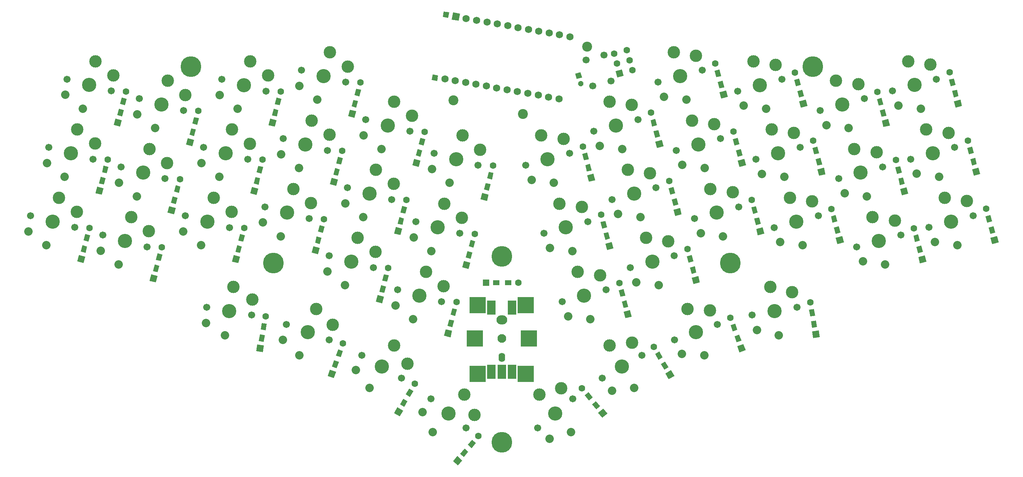
<source format=gts>
G04 #@! TF.GenerationSoftware,KiCad,Pcbnew,(5.1.9)-1*
G04 #@! TF.CreationDate,2021-07-05T21:58:01+03:00*
G04 #@! TF.ProjectId,choctopus44,63686f63-746f-4707-9573-34342e6b6963,1.0 Prototype*
G04 #@! TF.SameCoordinates,Original*
G04 #@! TF.FileFunction,Soldermask,Top*
G04 #@! TF.FilePolarity,Negative*
%FSLAX46Y46*%
G04 Gerber Fmt 4.6, Leading zero omitted, Abs format (unit mm)*
G04 Created by KiCad (PCBNEW (5.1.9)-1) date 2021-07-05 21:58:01*
%MOMM*%
%LPD*%
G01*
G04 APERTURE LIST*
%ADD10O,2.600000X2.200000*%
%ADD11O,1.600000X2.200000*%
%ADD12C,2.100000*%
%ADD13R,4.000000X4.000000*%
%ADD14R,2.000000X3.500000*%
%ADD15C,1.701800*%
%ADD16C,3.000000*%
%ADD17C,3.429000*%
%ADD18C,2.032000*%
%ADD19C,1.752600*%
%ADD20C,0.100000*%
%ADD21C,1.600000*%
%ADD22R,1.600000X1.200000*%
%ADD23R,1.600000X1.600000*%
%ADD24C,5.000000*%
%ADD25C,1.700000*%
%ADD26C,2.400000*%
G04 APERTURE END LIST*
D10*
X144660000Y-125000000D03*
D11*
X144660000Y-134000000D03*
D12*
X144660000Y-129500000D03*
D13*
X150460000Y-138000000D03*
X138860000Y-138000000D03*
X138860000Y-121400000D03*
X150460000Y-121400000D03*
D14*
X147160000Y-122000000D03*
X142160000Y-122000000D03*
D13*
X151160000Y-129500000D03*
X138160000Y-129500000D03*
D14*
X147160000Y-137500000D03*
X144660000Y-137500000D03*
X142160000Y-137500000D03*
D15*
X166860408Y-79455239D03*
X177485592Y-76608229D03*
D16*
X176032058Y-73115417D03*
D17*
X172173000Y-78031734D03*
D18*
X168326883Y-82996347D03*
X173700032Y-83730696D03*
D16*
X170633027Y-72284475D03*
D15*
X72730280Y-83345636D03*
X83355464Y-86192646D03*
D16*
X83843073Y-82441014D03*
D17*
X78042872Y-84769141D03*
D18*
X72229730Y-87145564D03*
X76515840Y-90468103D03*
D16*
X79582845Y-79021882D03*
D15*
X128306325Y-84784884D03*
X138931509Y-87631894D03*
D16*
X139419118Y-83880262D03*
D17*
X133618917Y-86208389D03*
D18*
X127805775Y-88584812D03*
X132091885Y-91907351D03*
D16*
X135158890Y-80461130D03*
D15*
X182349785Y-67561994D03*
X192974969Y-64714984D03*
D16*
X191521435Y-61222172D03*
D17*
X187662377Y-66138489D03*
D18*
X183816260Y-71103102D03*
X189189409Y-71837451D03*
D16*
X186122404Y-60391230D03*
D15*
X111836286Y-76608311D03*
X122461470Y-79455321D03*
D16*
X122949079Y-75703689D03*
D17*
X117148878Y-78031816D03*
D18*
X111335736Y-80408239D03*
X115621846Y-83730778D03*
D16*
X118688851Y-72284557D03*
D15*
X247710233Y-102657002D03*
X258335417Y-99809992D03*
D16*
X256881883Y-96317180D03*
D17*
X253022825Y-101233497D03*
D18*
X249176708Y-106198110D03*
X254549857Y-106932459D03*
D16*
X251482852Y-95486238D03*
D15*
X96346909Y-64715066D03*
X106972093Y-67562076D03*
D16*
X107459702Y-63810444D03*
D17*
X101659501Y-66138571D03*
D18*
X95846359Y-68514994D03*
X100132469Y-71837533D03*
D16*
X103199474Y-60391312D03*
D15*
X30986462Y-99810074D03*
X41611646Y-102657084D03*
D16*
X42099255Y-98905452D03*
D17*
X36299054Y-101233579D03*
D18*
X30485912Y-103610002D03*
X34772022Y-106932541D03*
D16*
X37839027Y-95486320D03*
D15*
X127581757Y-144018601D03*
X136008245Y-151089265D03*
D16*
X138035677Y-147895204D03*
D17*
X131795001Y-147553933D03*
D18*
X125522186Y-147250964D03*
X128002554Y-152073595D03*
D16*
X135619587Y-142995969D03*
D15*
X186300525Y-129828471D03*
X196637143Y-126066249D03*
D16*
X194884722Y-122713412D03*
D17*
X191468834Y-127947360D03*
D18*
X188070047Y-133228293D03*
X193486753Y-133491546D03*
D16*
X189433814Y-122356189D03*
D15*
X168879952Y-139019195D03*
X178406232Y-133519195D03*
D16*
X176098219Y-130521600D03*
D17*
X173643092Y-136269195D03*
D18*
X171212965Y-142060092D03*
X176593092Y-141378745D03*
D16*
X170668092Y-131116344D03*
D15*
X92683404Y-126066249D03*
X103020022Y-129828471D03*
D16*
X103832752Y-126133613D03*
D17*
X97851713Y-127947360D03*
D18*
X91853573Y-129808091D03*
X95833794Y-133491546D03*
D16*
X99886733Y-122356189D03*
D15*
X73457466Y-121894935D03*
X84290352Y-123805065D03*
D16*
X84449128Y-120025212D03*
D17*
X78873909Y-122850000D03*
D18*
X73290007Y-125724029D03*
X77849385Y-128660366D03*
D16*
X79907116Y-116990394D03*
D15*
X230281522Y-107333811D03*
X240906706Y-104486801D03*
D16*
X239453172Y-100993989D03*
D17*
X235594114Y-105910306D03*
D18*
X231747997Y-110874919D03*
X237121146Y-111609268D03*
D16*
X234054141Y-100163047D03*
D15*
X210379367Y-102670654D03*
X221004551Y-99823644D03*
D16*
X219551017Y-96330832D03*
D17*
X215691959Y-101247149D03*
D18*
X211845842Y-106211762D03*
X217218991Y-106946111D03*
D16*
X214151986Y-95499890D03*
D15*
X175649455Y-112334338D03*
X186274639Y-109487328D03*
D16*
X184821105Y-105994516D03*
D17*
X180962047Y-110910833D03*
D18*
X177115930Y-115875446D03*
X182489079Y-116609795D03*
D16*
X179422074Y-105163574D03*
D15*
X243296409Y-86168951D03*
X253921593Y-83321941D03*
D16*
X252468059Y-79829129D03*
D17*
X248609001Y-84745446D03*
D18*
X244762884Y-89710059D03*
X250136033Y-90444408D03*
D16*
X247069028Y-78998187D03*
D15*
X225911032Y-90882121D03*
X236536216Y-88035111D03*
D16*
X235082682Y-84542299D03*
D17*
X231223624Y-89458616D03*
D18*
X227377507Y-94423229D03*
X232750656Y-95157578D03*
D16*
X229683651Y-83711357D03*
D15*
X205966415Y-86192564D03*
X216591599Y-83345554D03*
D16*
X215138065Y-79852742D03*
D17*
X211279007Y-84769059D03*
D18*
X207432890Y-89733672D03*
X212806039Y-90468021D03*
D16*
X209739034Y-79021800D03*
D15*
X186752776Y-84040955D03*
X197377960Y-81193945D03*
D16*
X195924426Y-77701133D03*
D17*
X192065368Y-82617450D03*
D18*
X188219251Y-87582063D03*
X193592400Y-88316412D03*
D16*
X190525395Y-76870191D03*
D15*
X171250822Y-95905186D03*
X181876006Y-93058176D03*
D16*
X180422472Y-89565364D03*
D17*
X176563414Y-94481681D03*
D18*
X172717297Y-99446294D03*
X178090446Y-100180643D03*
D16*
X175023441Y-88734422D03*
D15*
X154801579Y-104089978D03*
X165426763Y-101242968D03*
D16*
X163973229Y-97750156D03*
D17*
X160114171Y-102666473D03*
D18*
X156268054Y-107631086D03*
X161641203Y-108365435D03*
D16*
X158574198Y-96919214D03*
D15*
X103047239Y-109487410D03*
X113672423Y-112334420D03*
D16*
X114160032Y-108582788D03*
D17*
X108359831Y-110910915D03*
D18*
X102546689Y-113287338D03*
X106832799Y-116609877D03*
D16*
X109899804Y-105163656D03*
D15*
X87524735Y-97681610D03*
X98149919Y-100528620D03*
D16*
X98637528Y-96776988D03*
D17*
X92837327Y-99105115D03*
D18*
X87024185Y-101481538D03*
X91310295Y-104804077D03*
D16*
X94377300Y-93357856D03*
D15*
X68317327Y-99823726D03*
X78942511Y-102670736D03*
D16*
X79430120Y-98919104D03*
D17*
X73629919Y-101247231D03*
D18*
X67816777Y-103623654D03*
X72102887Y-106946193D03*
D16*
X75169892Y-95499972D03*
D15*
X123895115Y-101243050D03*
X134520299Y-104090060D03*
D16*
X135007908Y-100338428D03*
D17*
X129207707Y-102666555D03*
D18*
X123394565Y-105042978D03*
X127680675Y-108365517D03*
D16*
X130747680Y-96919296D03*
D15*
X107445872Y-93058258D03*
X118071056Y-95905268D03*
D16*
X118558665Y-92153636D03*
D17*
X112758464Y-94481763D03*
D18*
X106945322Y-96858186D03*
X111231432Y-100180725D03*
D16*
X114298437Y-88734504D03*
D15*
X52785663Y-88035193D03*
X63410847Y-90882203D03*
D16*
X63898456Y-87130571D03*
D17*
X58098255Y-89458698D03*
D18*
X52285113Y-91835121D03*
X56571223Y-95157660D03*
D16*
X59638228Y-83711439D03*
D15*
X77130656Y-66896560D03*
X87755840Y-69743570D03*
D16*
X88243449Y-65991938D03*
D17*
X82443248Y-68320065D03*
D18*
X76630106Y-70696488D03*
X80916216Y-74019027D03*
D16*
X83983221Y-62572806D03*
D15*
X57216796Y-71578770D03*
X67841980Y-74425780D03*
D16*
X68329589Y-70674148D03*
D17*
X62529388Y-73002275D03*
D18*
X56716246Y-75378698D03*
X61002356Y-78701237D03*
D16*
X64069361Y-67255016D03*
D15*
X39801534Y-66862985D03*
X50426718Y-69709995D03*
D16*
X50914327Y-65958363D03*
D17*
X45114126Y-68286490D03*
D18*
X39300984Y-70662913D03*
X43587094Y-73985452D03*
D16*
X46654099Y-62539231D03*
D15*
X205033557Y-123805065D03*
X215866443Y-121894935D03*
D16*
X214722858Y-118288730D03*
D17*
X210450000Y-122850000D03*
D18*
X206185824Y-127460510D03*
X211474524Y-128660366D03*
D16*
X209416793Y-116990394D03*
D15*
X153312653Y-151089265D03*
X161739141Y-144018601D03*
D16*
X158945666Y-141467328D03*
D17*
X157525897Y-147553933D03*
D18*
X156138268Y-153678840D03*
X161318344Y-152073595D03*
D16*
X153701311Y-142995969D03*
D15*
X35400286Y-83322023D03*
X46025470Y-86169033D03*
D16*
X46513079Y-82417401D03*
D17*
X40712878Y-84745528D03*
D18*
X34899736Y-87121951D03*
X39185846Y-90444490D03*
D16*
X42252851Y-78998269D03*
D15*
X191166600Y-100529007D03*
X201791784Y-97681997D03*
D16*
X200338250Y-94189185D03*
D17*
X196479192Y-99105502D03*
D18*
X192633075Y-104070115D03*
X198006224Y-104804464D03*
D16*
X194939219Y-93358243D03*
D15*
X48415172Y-104486883D03*
X59040356Y-107333893D03*
D16*
X59527965Y-103582261D03*
D17*
X53727764Y-105910388D03*
D18*
X47914622Y-108286811D03*
X52200732Y-111609350D03*
D16*
X55267737Y-100163129D03*
D15*
X159203699Y-120558978D03*
X169828883Y-117711968D03*
D16*
X168375349Y-114219156D03*
D17*
X164516291Y-119135473D03*
D18*
X160670174Y-124100086D03*
X166043323Y-124834435D03*
D16*
X162976318Y-113388214D03*
D15*
X238895161Y-69709913D03*
X249520345Y-66862903D03*
D16*
X248066811Y-63370091D03*
D17*
X244207753Y-68286408D03*
D18*
X240361636Y-73251021D03*
X245734785Y-73985370D03*
D16*
X242667780Y-62539149D03*
D15*
X119492996Y-117712050D03*
X130118180Y-120559060D03*
D16*
X130605789Y-116807428D03*
D17*
X124805588Y-119135555D03*
D18*
X118992446Y-121511978D03*
X123278556Y-124834517D03*
D16*
X126345561Y-113388296D03*
D15*
X91943918Y-81194027D03*
X102569102Y-84041037D03*
D16*
X103056711Y-80289405D03*
D17*
X97256510Y-82617532D03*
D18*
X91443368Y-84993955D03*
X95729478Y-88316494D03*
D16*
X98796483Y-76870273D03*
D15*
X110908222Y-133519195D03*
X120434502Y-139019195D03*
D16*
X121876489Y-135521600D03*
D17*
X115671362Y-136269195D03*
D18*
X109441235Y-137060092D03*
X112721362Y-141378745D03*
D16*
X118646362Y-131116344D03*
D15*
X221479898Y-74425698D03*
X232105082Y-71578688D03*
D16*
X230651548Y-68085876D03*
D17*
X226792490Y-73002193D03*
D18*
X222946373Y-77966806D03*
X228319522Y-78701155D03*
D16*
X225252517Y-67254934D03*
D15*
X201566039Y-69743488D03*
X212191223Y-66896478D03*
D16*
X210737689Y-63403666D03*
D17*
X206878631Y-68319983D03*
D18*
X203032514Y-73284596D03*
X208405663Y-74018945D03*
D16*
X205338658Y-62572724D03*
D15*
X150390370Y-87631812D03*
X161015554Y-84784802D03*
D16*
X159562020Y-81291990D03*
D17*
X155702962Y-86208307D03*
D18*
X151856845Y-91172920D03*
X157229994Y-91907269D03*
D16*
X154162989Y-80461048D03*
D19*
X130919037Y-66778370D03*
X161080963Y-56621630D03*
X133420448Y-67219436D03*
X135921860Y-67660503D03*
X138423272Y-68101569D03*
X140924683Y-68542636D03*
X143426095Y-68983702D03*
X145927507Y-69424768D03*
X148428918Y-69865835D03*
X150930330Y-70306901D03*
X153431742Y-70747967D03*
X155933154Y-71189034D03*
X158434565Y-71630100D03*
X158579552Y-56180564D03*
X156078140Y-55739497D03*
X153576728Y-55298431D03*
X151075317Y-54857364D03*
X148573905Y-54416298D03*
X146072493Y-53975232D03*
X143571082Y-53534165D03*
X141069670Y-53093099D03*
X138568258Y-52652033D03*
X136066846Y-52210966D03*
D20*
G36*
X132550280Y-52480719D02*
G01*
X132854616Y-50754745D01*
X134580590Y-51059081D01*
X134276254Y-52785055D01*
X132550280Y-52480719D01*
G37*
G36*
X131970741Y-124859819D02*
G01*
X133129852Y-125170402D01*
X132715741Y-126715883D01*
X131556630Y-126405300D01*
X131970741Y-124859819D01*
G37*
G36*
X132695435Y-122155227D02*
G01*
X133854546Y-122465810D01*
X133440435Y-124011291D01*
X132281324Y-123700708D01*
X132695435Y-122155227D01*
G37*
D21*
X133714982Y-120668444D03*
D20*
G36*
X131130509Y-127222870D02*
G01*
X132675990Y-127636981D01*
X132261879Y-129182462D01*
X130716398Y-128768351D01*
X131130509Y-127222870D01*
G37*
G36*
X181248736Y-79466581D02*
G01*
X182407847Y-79155998D01*
X182821958Y-80701479D01*
X181662847Y-81012062D01*
X181248736Y-79466581D01*
G37*
G36*
X180524042Y-76761989D02*
G01*
X181683153Y-76451406D01*
X182097264Y-77996887D01*
X180938153Y-78307470D01*
X180524042Y-76761989D01*
G37*
D21*
X180663606Y-74964623D03*
D20*
G36*
X181702598Y-81933160D02*
G01*
X183248079Y-81519049D01*
X183662190Y-83064530D01*
X182116709Y-83478641D01*
X181702598Y-81933160D01*
G37*
G36*
X173595736Y-120574847D02*
G01*
X174754847Y-120264264D01*
X175168958Y-121809745D01*
X174009847Y-122120328D01*
X173595736Y-120574847D01*
G37*
G36*
X172871042Y-117870255D02*
G01*
X174030153Y-117559672D01*
X174444264Y-119105153D01*
X173285153Y-119415736D01*
X172871042Y-117870255D01*
G37*
D21*
X173010606Y-116072889D03*
D20*
G36*
X174049598Y-123041426D02*
G01*
X175595079Y-122627315D01*
X176009190Y-124172796D01*
X174463709Y-124586907D01*
X174049598Y-123041426D01*
G37*
G36*
X185639150Y-95916528D02*
G01*
X186798261Y-95605945D01*
X187212372Y-97151426D01*
X186053261Y-97462009D01*
X185639150Y-95916528D01*
G37*
G36*
X184914456Y-93211936D02*
G01*
X186073567Y-92901353D01*
X186487678Y-94446834D01*
X185328567Y-94757417D01*
X184914456Y-93211936D01*
G37*
D21*
X185054020Y-91414570D03*
D20*
G36*
X186093012Y-98383107D02*
G01*
X187638493Y-97968996D01*
X188052604Y-99514477D01*
X186507123Y-99928588D01*
X186093012Y-98383107D01*
G37*
G36*
X52279279Y-74010754D02*
G01*
X53438390Y-74321337D01*
X53024279Y-75866818D01*
X51865168Y-75556235D01*
X52279279Y-74010754D01*
G37*
G36*
X53003973Y-71306162D02*
G01*
X54163084Y-71616745D01*
X53748973Y-73162226D01*
X52589862Y-72851643D01*
X53003973Y-71306162D01*
G37*
D21*
X54023520Y-69819379D03*
D20*
G36*
X51439047Y-76373805D02*
G01*
X52984528Y-76787916D01*
X52570417Y-78333397D01*
X51024936Y-77919286D01*
X51439047Y-76373805D01*
G37*
G36*
X69694541Y-78726539D02*
G01*
X70853652Y-79037122D01*
X70439541Y-80582603D01*
X69280430Y-80272020D01*
X69694541Y-78726539D01*
G37*
G36*
X70419235Y-76021947D02*
G01*
X71578346Y-76332530D01*
X71164235Y-77878011D01*
X70005124Y-77567428D01*
X70419235Y-76021947D01*
G37*
D21*
X71438782Y-74535164D03*
D20*
G36*
X68854309Y-81089590D02*
G01*
X70399790Y-81503701D01*
X69985679Y-83049182D01*
X68440198Y-82635071D01*
X68854309Y-81089590D01*
G37*
G36*
X89608401Y-74044329D02*
G01*
X90767512Y-74354912D01*
X90353401Y-75900393D01*
X89194290Y-75589810D01*
X89608401Y-74044329D01*
G37*
G36*
X90333095Y-71339737D02*
G01*
X91492206Y-71650320D01*
X91078095Y-73195801D01*
X89918984Y-72885218D01*
X90333095Y-71339737D01*
G37*
D21*
X91352642Y-69852954D03*
D20*
G36*
X88768169Y-76407380D02*
G01*
X90313650Y-76821491D01*
X89899539Y-78366972D01*
X88354058Y-77952861D01*
X88768169Y-76407380D01*
G37*
G36*
X108824654Y-71862835D02*
G01*
X109983765Y-72173418D01*
X109569654Y-73718899D01*
X108410543Y-73408316D01*
X108824654Y-71862835D01*
G37*
G36*
X109549348Y-69158243D02*
G01*
X110708459Y-69468826D01*
X110294348Y-71014307D01*
X109135237Y-70703724D01*
X109549348Y-69158243D01*
G37*
D21*
X110568895Y-67671460D03*
D20*
G36*
X107984422Y-74225886D02*
G01*
X109529903Y-74639997D01*
X109115792Y-76185478D01*
X107570311Y-75771367D01*
X107984422Y-74225886D01*
G37*
G36*
X124314031Y-83756080D02*
G01*
X125473142Y-84066663D01*
X125059031Y-85612144D01*
X123899920Y-85301561D01*
X124314031Y-83756080D01*
G37*
G36*
X125038725Y-81051488D02*
G01*
X126197836Y-81362071D01*
X125783725Y-82907552D01*
X124624614Y-82596969D01*
X125038725Y-81051488D01*
G37*
D21*
X126058272Y-79564705D03*
D20*
G36*
X123473799Y-86119131D02*
G01*
X125019280Y-86533242D01*
X124605169Y-88078723D01*
X123059688Y-87664612D01*
X123473799Y-86119131D01*
G37*
G36*
X140784070Y-91932653D02*
G01*
X141943181Y-92243236D01*
X141529070Y-93788717D01*
X140369959Y-93478134D01*
X140784070Y-91932653D01*
G37*
G36*
X141508764Y-89228061D02*
G01*
X142667875Y-89538644D01*
X142253764Y-91084125D01*
X141094653Y-90773542D01*
X141508764Y-89228061D01*
G37*
D21*
X142528311Y-87741278D03*
D20*
G36*
X139943838Y-94295704D02*
G01*
X141489319Y-94709815D01*
X141075208Y-96255296D01*
X139529727Y-95841185D01*
X139943838Y-94295704D01*
G37*
G36*
X47878031Y-90469792D02*
G01*
X49037142Y-90780375D01*
X48623031Y-92325856D01*
X47463920Y-92015273D01*
X47878031Y-90469792D01*
G37*
G36*
X48602725Y-87765200D02*
G01*
X49761836Y-88075783D01*
X49347725Y-89621264D01*
X48188614Y-89310681D01*
X48602725Y-87765200D01*
G37*
D21*
X49622272Y-86278417D03*
D20*
G36*
X47037799Y-92832843D02*
G01*
X48583280Y-93246954D01*
X48169169Y-94792435D01*
X46623688Y-94378324D01*
X47037799Y-92832843D01*
G37*
G36*
X65263408Y-95182962D02*
G01*
X66422519Y-95493545D01*
X66008408Y-97039026D01*
X64849297Y-96728443D01*
X65263408Y-95182962D01*
G37*
G36*
X65988102Y-92478370D02*
G01*
X67147213Y-92788953D01*
X66733102Y-94334434D01*
X65573991Y-94023851D01*
X65988102Y-92478370D01*
G37*
D21*
X67007649Y-90991587D03*
D20*
G36*
X64423176Y-97546013D02*
G01*
X65968657Y-97960124D01*
X65554546Y-99505605D01*
X64009065Y-99091494D01*
X64423176Y-97546013D01*
G37*
G36*
X85208025Y-90493405D02*
G01*
X86367136Y-90803988D01*
X85953025Y-92349469D01*
X84793914Y-92038886D01*
X85208025Y-90493405D01*
G37*
G36*
X85932719Y-87788813D02*
G01*
X87091830Y-88099396D01*
X86677719Y-89644877D01*
X85518608Y-89334294D01*
X85932719Y-87788813D01*
G37*
D21*
X86952266Y-86302030D03*
D20*
G36*
X84367793Y-92856456D02*
G01*
X85913274Y-93270567D01*
X85499163Y-94816048D01*
X83953682Y-94401937D01*
X84367793Y-92856456D01*
G37*
G36*
X104421663Y-88341796D02*
G01*
X105580774Y-88652379D01*
X105166663Y-90197860D01*
X104007552Y-89887277D01*
X104421663Y-88341796D01*
G37*
G36*
X105146357Y-85637204D02*
G01*
X106305468Y-85947787D01*
X105891357Y-87493268D01*
X104732246Y-87182685D01*
X105146357Y-85637204D01*
G37*
D21*
X106165904Y-84150421D03*
D20*
G36*
X103581431Y-90704847D02*
G01*
X105126912Y-91118958D01*
X104712801Y-92664439D01*
X103167320Y-92250328D01*
X103581431Y-90704847D01*
G37*
G36*
X119923617Y-100206027D02*
G01*
X121082728Y-100516610D01*
X120668617Y-102062091D01*
X119509506Y-101751508D01*
X119923617Y-100206027D01*
G37*
G36*
X120648311Y-97501435D02*
G01*
X121807422Y-97812018D01*
X121393311Y-99357499D01*
X120234200Y-99046916D01*
X120648311Y-97501435D01*
G37*
D21*
X121667858Y-96014652D03*
D20*
G36*
X119083385Y-102569078D02*
G01*
X120628866Y-102983189D01*
X120214755Y-104528670D01*
X118669274Y-104114559D01*
X119083385Y-102569078D01*
G37*
G36*
X136372860Y-108390819D02*
G01*
X137531971Y-108701402D01*
X137117860Y-110246883D01*
X135958749Y-109936300D01*
X136372860Y-108390819D01*
G37*
G36*
X137097554Y-105686227D02*
G01*
X138256665Y-105996810D01*
X137842554Y-107542291D01*
X136683443Y-107231708D01*
X137097554Y-105686227D01*
G37*
D21*
X138117101Y-104199444D03*
D20*
G36*
X135532628Y-110753870D02*
G01*
X137078109Y-111167981D01*
X136663998Y-112713462D01*
X135118517Y-112299351D01*
X135532628Y-110753870D01*
G37*
G36*
X43464207Y-106957843D02*
G01*
X44623318Y-107268426D01*
X44209207Y-108813907D01*
X43050096Y-108503324D01*
X43464207Y-106957843D01*
G37*
G36*
X44188901Y-104253251D02*
G01*
X45348012Y-104563834D01*
X44933901Y-106109315D01*
X43774790Y-105798732D01*
X44188901Y-104253251D01*
G37*
D21*
X45208448Y-102766468D03*
D20*
G36*
X42623975Y-109320894D02*
G01*
X44169456Y-109735005D01*
X43755345Y-111280486D01*
X42209864Y-110866375D01*
X42623975Y-109320894D01*
G37*
G36*
X60892917Y-111634652D02*
G01*
X62052028Y-111945235D01*
X61637917Y-113490716D01*
X60478806Y-113180133D01*
X60892917Y-111634652D01*
G37*
G36*
X61617611Y-108930060D02*
G01*
X62776722Y-109240643D01*
X62362611Y-110786124D01*
X61203500Y-110475541D01*
X61617611Y-108930060D01*
G37*
D21*
X62637158Y-107443277D03*
D20*
G36*
X60052685Y-113997703D02*
G01*
X61598166Y-114411814D01*
X61184055Y-115957295D01*
X59638574Y-115543184D01*
X60052685Y-113997703D01*
G37*
G36*
X80795072Y-106971495D02*
G01*
X81954183Y-107282078D01*
X81540072Y-108827559D01*
X80380961Y-108516976D01*
X80795072Y-106971495D01*
G37*
G36*
X81519766Y-104266903D02*
G01*
X82678877Y-104577486D01*
X82264766Y-106122967D01*
X81105655Y-105812384D01*
X81519766Y-104266903D01*
G37*
D21*
X82539313Y-102780120D03*
D20*
G36*
X79954840Y-109334546D02*
G01*
X81500321Y-109748657D01*
X81086210Y-111294138D01*
X79540729Y-110880027D01*
X79954840Y-109334546D01*
G37*
G36*
X100002480Y-104829379D02*
G01*
X101161591Y-105139962D01*
X100747480Y-106685443D01*
X99588369Y-106374860D01*
X100002480Y-104829379D01*
G37*
G36*
X100727174Y-102124787D02*
G01*
X101886285Y-102435370D01*
X101472174Y-103980851D01*
X100313063Y-103670268D01*
X100727174Y-102124787D01*
G37*
D21*
X101746721Y-100638004D03*
D20*
G36*
X99162248Y-107192430D02*
G01*
X100707729Y-107606541D01*
X100293618Y-109152022D01*
X98748137Y-108737911D01*
X99162248Y-107192430D01*
G37*
G36*
X115524984Y-116635179D02*
G01*
X116684095Y-116945762D01*
X116269984Y-118491243D01*
X115110873Y-118180660D01*
X115524984Y-116635179D01*
G37*
G36*
X116249678Y-113930587D02*
G01*
X117408789Y-114241170D01*
X116994678Y-115786651D01*
X115835567Y-115476068D01*
X116249678Y-113930587D01*
G37*
D21*
X117269225Y-112443804D03*
D20*
G36*
X114684752Y-118998230D02*
G01*
X116230233Y-119412341D01*
X115816122Y-120957822D01*
X114270641Y-120543711D01*
X114684752Y-118998230D01*
G37*
G36*
X164778698Y-87643154D02*
G01*
X165937809Y-87332571D01*
X166351920Y-88878052D01*
X165192809Y-89188635D01*
X164778698Y-87643154D01*
G37*
G36*
X164054004Y-84938562D02*
G01*
X165213115Y-84627979D01*
X165627226Y-86173460D01*
X164468115Y-86484043D01*
X164054004Y-84938562D01*
G37*
D21*
X164193568Y-83141196D03*
D20*
G36*
X165232560Y-90109733D02*
G01*
X166778041Y-89695622D01*
X167192152Y-91241103D01*
X165646671Y-91655214D01*
X165232560Y-90109733D01*
G37*
G36*
X196738113Y-67573336D02*
G01*
X197897224Y-67262753D01*
X198311335Y-68808234D01*
X197152224Y-69118817D01*
X196738113Y-67573336D01*
G37*
G36*
X196013419Y-64868744D02*
G01*
X197172530Y-64558161D01*
X197586641Y-66103642D01*
X196427530Y-66414225D01*
X196013419Y-64868744D01*
G37*
D21*
X196152983Y-63071378D03*
D20*
G36*
X197191975Y-70039915D02*
G01*
X198737456Y-69625804D01*
X199151567Y-71171285D01*
X197606086Y-71585396D01*
X197191975Y-70039915D01*
G37*
G36*
X215954367Y-69754830D02*
G01*
X217113478Y-69444247D01*
X217527589Y-70989728D01*
X216368478Y-71300311D01*
X215954367Y-69754830D01*
G37*
G36*
X215229673Y-67050238D02*
G01*
X216388784Y-66739655D01*
X216802895Y-68285136D01*
X215643784Y-68595719D01*
X215229673Y-67050238D01*
G37*
D21*
X215369237Y-65252872D03*
D20*
G36*
X216408229Y-72221409D02*
G01*
X217953710Y-71807298D01*
X218367821Y-73352779D01*
X216822340Y-73766890D01*
X216408229Y-72221409D01*
G37*
G36*
X235868226Y-74437040D02*
G01*
X237027337Y-74126457D01*
X237441448Y-75671938D01*
X236282337Y-75982521D01*
X235868226Y-74437040D01*
G37*
G36*
X235143532Y-71732448D02*
G01*
X236302643Y-71421865D01*
X236716754Y-72967346D01*
X235557643Y-73277929D01*
X235143532Y-71732448D01*
G37*
D21*
X235283096Y-69935082D03*
D20*
G36*
X236322088Y-76903619D02*
G01*
X237867569Y-76489508D01*
X238281680Y-78034989D01*
X236736199Y-78449100D01*
X236322088Y-76903619D01*
G37*
G36*
X253283489Y-69721255D02*
G01*
X254442600Y-69410672D01*
X254856711Y-70956153D01*
X253697600Y-71266736D01*
X253283489Y-69721255D01*
G37*
G36*
X252558795Y-67016663D02*
G01*
X253717906Y-66706080D01*
X254132017Y-68251561D01*
X252972906Y-68562144D01*
X252558795Y-67016663D01*
G37*
D21*
X252698359Y-65219297D03*
D20*
G36*
X253737351Y-72187834D02*
G01*
X255282832Y-71773723D01*
X255696943Y-73319204D01*
X254151462Y-73733315D01*
X253737351Y-72187834D01*
G37*
G36*
X169189907Y-104101320D02*
G01*
X170349018Y-103790737D01*
X170763129Y-105336218D01*
X169604018Y-105646801D01*
X169189907Y-104101320D01*
G37*
G36*
X168465213Y-101396728D02*
G01*
X169624324Y-101086145D01*
X170038435Y-102631626D01*
X168879324Y-102942209D01*
X168465213Y-101396728D01*
G37*
D21*
X168604777Y-99599362D03*
D20*
G36*
X169643769Y-106567899D02*
G01*
X171189250Y-106153788D01*
X171603361Y-107699269D01*
X170057880Y-108113380D01*
X169643769Y-106567899D01*
G37*
G36*
X201141104Y-84052297D02*
G01*
X202300215Y-83741714D01*
X202714326Y-85287195D01*
X201555215Y-85597778D01*
X201141104Y-84052297D01*
G37*
G36*
X200416410Y-81347705D02*
G01*
X201575521Y-81037122D01*
X201989632Y-82582603D01*
X200830521Y-82893186D01*
X200416410Y-81347705D01*
G37*
D21*
X200555974Y-79550339D03*
D20*
G36*
X201594966Y-86518876D02*
G01*
X203140447Y-86104765D01*
X203554558Y-87650246D01*
X202009077Y-88064357D01*
X201594966Y-86518876D01*
G37*
G36*
X220354743Y-86203906D02*
G01*
X221513854Y-85893323D01*
X221927965Y-87438804D01*
X220768854Y-87749387D01*
X220354743Y-86203906D01*
G37*
G36*
X219630049Y-83499314D02*
G01*
X220789160Y-83188731D01*
X221203271Y-84734212D01*
X220044160Y-85044795D01*
X219630049Y-83499314D01*
G37*
D21*
X219769613Y-81701948D03*
D20*
G36*
X220808605Y-88670485D02*
G01*
X222354086Y-88256374D01*
X222768197Y-89801855D01*
X221222716Y-90215966D01*
X220808605Y-88670485D01*
G37*
G36*
X240299360Y-90893463D02*
G01*
X241458471Y-90582880D01*
X241872582Y-92128361D01*
X240713471Y-92438944D01*
X240299360Y-90893463D01*
G37*
G36*
X239574666Y-88188871D02*
G01*
X240733777Y-87878288D01*
X241147888Y-89423769D01*
X239988777Y-89734352D01*
X239574666Y-88188871D01*
G37*
D21*
X239714230Y-86391505D03*
D20*
G36*
X240753222Y-93360042D02*
G01*
X242298703Y-92945931D01*
X242712814Y-94491412D01*
X241167333Y-94905523D01*
X240753222Y-93360042D01*
G37*
G36*
X257684737Y-86180293D02*
G01*
X258843848Y-85869710D01*
X259257959Y-87415191D01*
X258098848Y-87725774D01*
X257684737Y-86180293D01*
G37*
G36*
X256960043Y-83475701D02*
G01*
X258119154Y-83165118D01*
X258533265Y-84710599D01*
X257374154Y-85021182D01*
X256960043Y-83475701D01*
G37*
D21*
X257099607Y-81678335D03*
D20*
G36*
X258138599Y-88646872D02*
G01*
X259684080Y-88232761D01*
X260098191Y-89778242D01*
X258552710Y-90192353D01*
X258138599Y-88646872D01*
G37*
G36*
X190037783Y-112345680D02*
G01*
X191196894Y-112035097D01*
X191611005Y-113580578D01*
X190451894Y-113891161D01*
X190037783Y-112345680D01*
G37*
G36*
X189313089Y-109641088D02*
G01*
X190472200Y-109330505D01*
X190886311Y-110875986D01*
X189727200Y-111186569D01*
X189313089Y-109641088D01*
G37*
D21*
X189452653Y-107843722D03*
D20*
G36*
X190491645Y-114812259D02*
G01*
X192037126Y-114398148D01*
X192451237Y-115943629D01*
X190905756Y-116357740D01*
X190491645Y-114812259D01*
G37*
G36*
X205554928Y-100540349D02*
G01*
X206714039Y-100229766D01*
X207128150Y-101775247D01*
X205969039Y-102085830D01*
X205554928Y-100540349D01*
G37*
G36*
X204830234Y-97835757D02*
G01*
X205989345Y-97525174D01*
X206403456Y-99070655D01*
X205244345Y-99381238D01*
X204830234Y-97835757D01*
G37*
D21*
X204969798Y-96038391D03*
D20*
G36*
X206008790Y-103006928D02*
G01*
X207554271Y-102592817D01*
X207968382Y-104138298D01*
X206422901Y-104552409D01*
X206008790Y-103006928D01*
G37*
G36*
X224767695Y-102681996D02*
G01*
X225926806Y-102371413D01*
X226340917Y-103916894D01*
X225181806Y-104227477D01*
X224767695Y-102681996D01*
G37*
G36*
X224043001Y-99977404D02*
G01*
X225202112Y-99666821D01*
X225616223Y-101212302D01*
X224457112Y-101522885D01*
X224043001Y-99977404D01*
G37*
D21*
X224182565Y-98180038D03*
D20*
G36*
X225221557Y-105148575D02*
G01*
X226767038Y-104734464D01*
X227181149Y-106279945D01*
X225635668Y-106694056D01*
X225221557Y-105148575D01*
G37*
G36*
X244669850Y-107345153D02*
G01*
X245828961Y-107034570D01*
X246243072Y-108580051D01*
X245083961Y-108890634D01*
X244669850Y-107345153D01*
G37*
G36*
X243945156Y-104640561D02*
G01*
X245104267Y-104329978D01*
X245518378Y-105875459D01*
X244359267Y-106186042D01*
X243945156Y-104640561D01*
G37*
D21*
X244084720Y-102843195D03*
D20*
G36*
X245123712Y-109811732D02*
G01*
X246669193Y-109397621D01*
X247083304Y-110943102D01*
X245537823Y-111357213D01*
X245123712Y-109811732D01*
G37*
G36*
X262098561Y-102668344D02*
G01*
X263257672Y-102357761D01*
X263671783Y-103903242D01*
X262512672Y-104213825D01*
X262098561Y-102668344D01*
G37*
G36*
X261373867Y-99963752D02*
G01*
X262532978Y-99653169D01*
X262947089Y-101198650D01*
X261787978Y-101509233D01*
X261373867Y-99963752D01*
G37*
D21*
X261513431Y-98166386D03*
D20*
G36*
X262552423Y-105134923D02*
G01*
X264097904Y-104720812D01*
X264512015Y-106266293D01*
X262966534Y-106680404D01*
X262552423Y-105134923D01*
G37*
G36*
X86304927Y-128486696D02*
G01*
X87486696Y-128695074D01*
X87208859Y-130270766D01*
X86027090Y-130062388D01*
X86304927Y-128486696D01*
G37*
G36*
X86791141Y-125729234D02*
G01*
X87972910Y-125937612D01*
X87695073Y-127513304D01*
X86513304Y-127304926D01*
X86791141Y-125729234D01*
G37*
D21*
X87677228Y-124159250D03*
D20*
G36*
X85673844Y-130913985D02*
G01*
X87249537Y-131191822D01*
X86971700Y-132767515D01*
X85396007Y-132489678D01*
X85673844Y-130913985D01*
G37*
G36*
X104230973Y-134707836D02*
G01*
X105358604Y-135118260D01*
X104811371Y-136621768D01*
X103683740Y-136211344D01*
X104230973Y-134707836D01*
G37*
G36*
X105188629Y-132076696D02*
G01*
X106316260Y-132487120D01*
X105769027Y-133990628D01*
X104641396Y-133580204D01*
X105188629Y-132076696D01*
G37*
D21*
X106333879Y-130684431D03*
D20*
G36*
X103187983Y-136988663D02*
G01*
X104691491Y-137535895D01*
X104144259Y-139039403D01*
X102640751Y-138492171D01*
X103187983Y-136988663D01*
G37*
G36*
X120880385Y-144007180D02*
G01*
X121919615Y-144607180D01*
X121119615Y-145992820D01*
X120080385Y-145392820D01*
X120880385Y-144007180D01*
G37*
G36*
X122280385Y-141582308D02*
G01*
X123319615Y-142182308D01*
X122519615Y-143567948D01*
X121480385Y-142967948D01*
X122280385Y-141582308D01*
G37*
D21*
X123650000Y-140410065D03*
D20*
G36*
X119457180Y-146072243D02*
G01*
X120842820Y-146872243D01*
X120042820Y-148257883D01*
X118657180Y-147457883D01*
X119457180Y-146072243D01*
G37*
G36*
X166419174Y-145357726D02*
G01*
X167338428Y-144586381D01*
X168366888Y-145812052D01*
X167447634Y-146583397D01*
X166419174Y-145357726D01*
G37*
G36*
X164619368Y-143212802D02*
G01*
X165538622Y-142441457D01*
X166567082Y-143667128D01*
X165647828Y-144438473D01*
X164619368Y-143212802D01*
G37*
D21*
X163986256Y-141524854D03*
D20*
G36*
X167872934Y-147401395D02*
G01*
X169098605Y-146372934D01*
X170127066Y-147598605D01*
X168901395Y-148627066D01*
X167872934Y-147401395D01*
G37*
G36*
X183030385Y-135654552D02*
G01*
X184069615Y-135054552D01*
X184869615Y-136440192D01*
X183830385Y-137040192D01*
X183030385Y-135654552D01*
G37*
G36*
X181630385Y-133229680D02*
G01*
X182669615Y-132629680D01*
X183469615Y-134015320D01*
X182430385Y-134615320D01*
X181630385Y-133229680D01*
G37*
D21*
X181300000Y-131457437D03*
D20*
G36*
X184107180Y-137919615D02*
G01*
X185492820Y-137119615D01*
X186292820Y-138505255D01*
X184907180Y-139305255D01*
X184107180Y-137919615D01*
G37*
G36*
X200786346Y-128919796D02*
G01*
X201913977Y-128509372D01*
X202461210Y-130012880D01*
X201333579Y-130423304D01*
X200786346Y-128919796D01*
G37*
G36*
X199828690Y-126288656D02*
G01*
X200956321Y-125878232D01*
X201503554Y-127381740D01*
X200375923Y-127792164D01*
X199828690Y-126288656D01*
G37*
D21*
X199811071Y-124485967D03*
D20*
G36*
X201453459Y-131337431D02*
G01*
X202956967Y-130790199D01*
X203504199Y-132293707D01*
X202000691Y-132840939D01*
X201453459Y-131337431D01*
G37*
G36*
X219270197Y-125316343D02*
G01*
X220451966Y-125107965D01*
X220729803Y-126683657D01*
X219548034Y-126892035D01*
X219270197Y-125316343D01*
G37*
G36*
X218783983Y-122558881D02*
G01*
X219965752Y-122350503D01*
X220243589Y-123926195D01*
X219061820Y-124134573D01*
X218783983Y-122558881D01*
G37*
D21*
X219079665Y-120780519D03*
D20*
G36*
X219507356Y-127813091D02*
G01*
X221083049Y-127535254D01*
X221360886Y-129110947D01*
X219785193Y-129388784D01*
X219507356Y-127813091D01*
G37*
D22*
X143350000Y-116000000D03*
X146150000Y-116000000D03*
D21*
X148650000Y-116000000D03*
D23*
X140850000Y-116000000D03*
D20*
G36*
X135654700Y-156073954D02*
G01*
X136573954Y-156845299D01*
X135545494Y-158070970D01*
X134626240Y-157299625D01*
X135654700Y-156073954D01*
G37*
G36*
X137454506Y-153929030D02*
G01*
X138373760Y-154700375D01*
X137345300Y-155926046D01*
X136426046Y-155154701D01*
X137454506Y-153929030D01*
G37*
D21*
X139006872Y-153012427D03*
D20*
G36*
X133894523Y-157860507D02*
G01*
X135120194Y-158888968D01*
X134091733Y-160114639D01*
X132866062Y-159086178D01*
X133894523Y-157860507D01*
G37*
G36*
X127718042Y-67047533D02*
G01*
X127952467Y-65718042D01*
X129281958Y-65952467D01*
X129047533Y-67281958D01*
X127718042Y-67047533D01*
G37*
G36*
X131747533Y-52081958D02*
G01*
X130418042Y-51847533D01*
X130652467Y-50518042D01*
X131981958Y-50752467D01*
X131747533Y-52081958D01*
G37*
D24*
X89570000Y-111250000D03*
X199750000Y-111250000D03*
D25*
X166635658Y-68518205D03*
X164953334Y-62239686D03*
X170982324Y-67353518D03*
X169300000Y-61075000D03*
D24*
X144660000Y-109680000D03*
D26*
X133000000Y-72000000D03*
X149750000Y-75250000D03*
X165250000Y-59000000D03*
D24*
X219710000Y-63810000D03*
X144660000Y-154500000D03*
X69610000Y-63810000D03*
D20*
G36*
X162712703Y-66846703D02*
G01*
X162363297Y-65542703D01*
X163667297Y-65193297D01*
X164016703Y-66497297D01*
X162712703Y-66846703D01*
G37*
G36*
G01*
X163055638Y-68126555D02*
X163055638Y-68126555D01*
G75*
G02*
X163532935Y-67299852I652000J174703D01*
G01*
X163532935Y-67299852D01*
G75*
G02*
X164359638Y-67777149I174703J-652000D01*
G01*
X164359638Y-67777149D01*
G75*
G02*
X163882341Y-68603852I-652000J-174703D01*
G01*
X163882341Y-68603852D01*
G75*
G02*
X163055638Y-68126555I-174703J652000D01*
G01*
G37*
G36*
X174029796Y-66090685D02*
G01*
X172484315Y-66504796D01*
X172070204Y-64959315D01*
X173615685Y-64545204D01*
X174029796Y-66090685D01*
G37*
D21*
X172402952Y-63110185D03*
X171755905Y-60695371D03*
X176140963Y-64696779D03*
X175493915Y-62281964D03*
X174846867Y-59867150D03*
M02*

</source>
